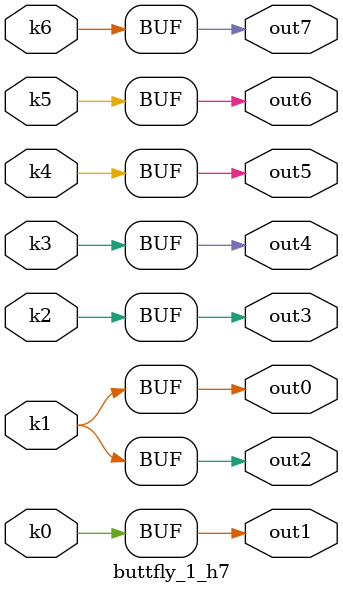
<source format=v>
module buttfly_1(pi0, pi1, pi2, pi3, pi4, pi5, pi6, pi7, po0, po1, po2, po3, po4, po5, po6, po7);
input pi0, pi1, pi2, pi3, pi4, pi5, pi6, pi7;
output po0, po1, po2, po3, po4, po5, po6, po7;
wire k0, k1, k2, k3, k4, k5, k6;
buttfly_1_w7 DUT1 (pi0, pi1, pi2, pi3, pi4, pi5, pi6, pi7, k0, k1, k2, k3, k4, k5, k6);
buttfly_1_h7 DUT2 (k0, k1, k2, k3, k4, k5, k6, po0, po1, po2, po3, po4, po5, po6, po7);
endmodule

module buttfly_1_w7(in7, in6, in5, in4, in3, in2, in1, in0, k6, k5, k4, k3, k2, k1, k0);
input in7, in6, in5, in4, in3, in2, in1, in0;
output k6, k5, k4, k3, k2, k1, k0;
assign k0 =   (((~in7 & (in5 | in1)) | (in5 & in1)) & (~in6 | in4)) | (~in6 & in4);
assign k1 =   ((in6 ^ in4) & ((in1 & (~in7 | in5)) | (~in7 & in5))) | (((in7 & ~in5) | (in0 & (in7 | ~in5))) & (~in6 ^ in4));
assign k2 =   (in1 & (in7 ^ in5)) | (in0 & (~in7 ^ in5));
assign k3 =   (((~in7 & (~in5 | in2)) | (~in5 & in2)) & (~in6 | ~in4)) | (~in6 & ~in4);
assign k4 =   (((in7 & (in5 | in3)) | (in5 & in3)) & (in6 | in4)) | (in6 & in4);
assign k5 =   ((in6 ^ in4) & ((in3 & (in7 | in5)) | (in7 & in5))) | (((~in7 & ~in5) | (in2 & (~in7 | ~in5))) & (~in6 ^ in4));
assign k6 =   (in3 & (in7 ^ in5)) | (in2 & (~in7 ^ in5));
endmodule

module buttfly_1_h7(k6, k5, k4, k3, k2, k1, k0, out7, out6, out5, out4, out3, out2, out1, out0);
input k6, k5, k4, k3, k2, k1, k0;
output out7, out6, out5, out4, out3, out2, out1, out0;
assign out0 = k1;
assign out1 = k0;
assign out2 = k1;
assign out3 = k2;
assign out4 = k3;
assign out5 = k4;
assign out6 = k5;
assign out7 = k6;
endmodule

</source>
